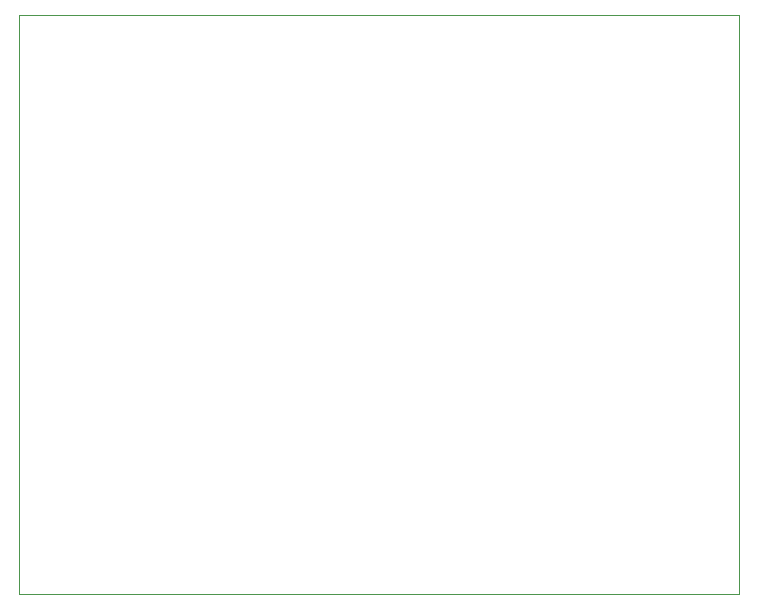
<source format=gbr>
%TF.GenerationSoftware,KiCad,Pcbnew,8.0.5*%
%TF.CreationDate,2025-02-06T11:15:49+08:00*%
%TF.ProjectId,arduino_solar_bikelight_1,61726475-696e-46f5-9f73-6f6c61725f62,rev?*%
%TF.SameCoordinates,Original*%
%TF.FileFunction,Other,User*%
%FSLAX46Y46*%
G04 Gerber Fmt 4.6, Leading zero omitted, Abs format (unit mm)*
G04 Created by KiCad (PCBNEW 8.0.5) date 2025-02-06 11:15:49*
%MOMM*%
%LPD*%
G01*
G04 APERTURE LIST*
%ADD10C,0.100000*%
%TA.AperFunction,Profile*%
%ADD11C,0.050000*%
%TD*%
G04 APERTURE END LIST*
D10*
X126745000Y-58395000D02*
X187745000Y-58395000D01*
X187745000Y-107395000D01*
X126745000Y-107395000D01*
X126745000Y-58395000D01*
D11*
X126745000Y-58395000D02*
X187745000Y-58395000D01*
X187745000Y-107395000D01*
X126745000Y-107395000D01*
X126745000Y-58395000D01*
M02*

</source>
